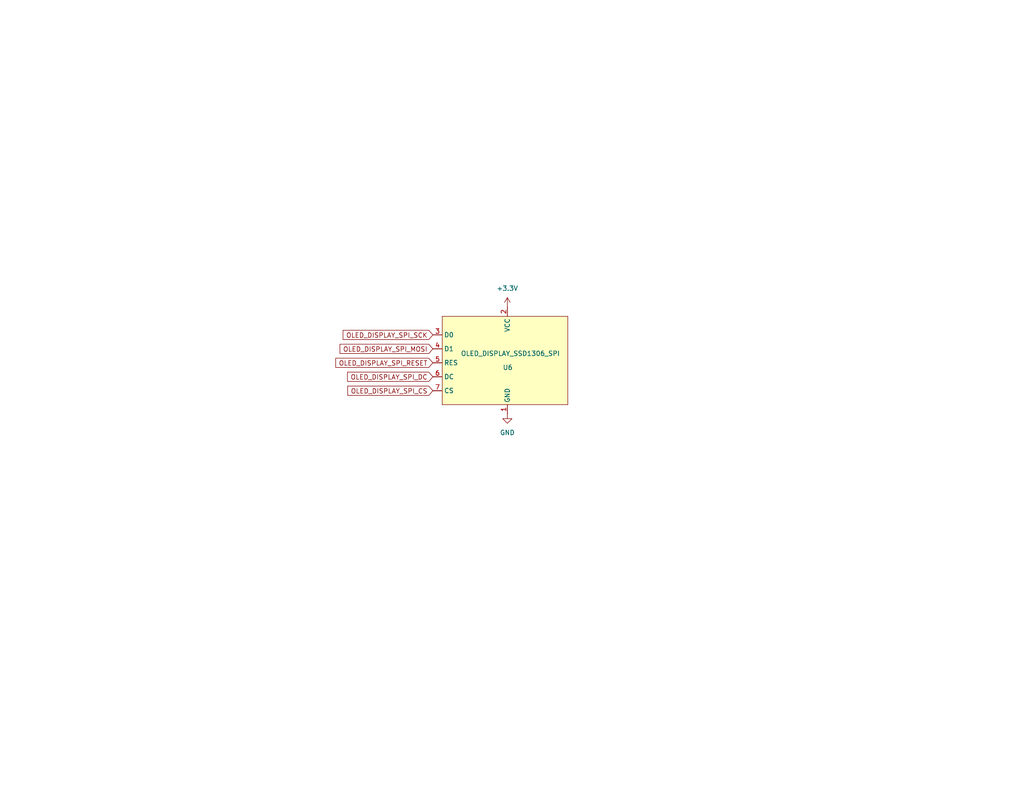
<source format=kicad_sch>
(kicad_sch (version 20230121) (generator eeschema)
  (paper "USLetter")
  (title_block (title "Daisy Seed Guitar Pedal 125B") (date "2023-06-30") (rev "5") (company "Made by Keith Shepherd (kshep@mac.com)"))
  (lib_symbols
    (symbol "GuitarPedal125B:OLED_DISPLAY_SSD1306_SPI"
      (property "Reference" "U" (at 0 2.54 0))
      (property "Value" "OLED_DISPLAY_SSD1306_SPI" (at 1.27 8.89 0))
      (symbol "OLED_DISPLAY_SSD1306_SPI_0_1"
        (rectangle (start -17.78 16.51) (end 16.51 -7.62) (fill (type background)))
      )
      (symbol "OLED_DISPLAY_SSD1306_SPI_1_1"
        (pin power_in line (at 0 -10.16 90) (length 2.54) (name "GND") (number "1"))
        (pin power_in line (at 0 19.05 270) (length 2.54) (name "VCC") (number "2"))
        (pin input line (at -20.32 11.43 0) (length 2.54) (name "D0") (number "3"))
        (pin input line (at -20.32 7.62 0) (length 2.54) (name "D1") (number "4"))
        (pin input line (at -20.32 3.81 0) (length 2.54) (name "RES") (number "5"))
        (pin input line (at -20.32 0 0) (length 2.54) (name "DC") (number "6"))
        (pin input line (at -20.32 -3.81 0) (length 2.54) (name "CS") (number "7"))
      )
    )
    (symbol "power:+3.3V" (power) (pin_names (offset 0))
      (property "Value" "+3.3V" (at 0 3.556 0))
      (symbol "+3.3V_0_1"
        (polyline (pts (xy -0.762 1.27) (xy 0 2.54)))
        (polyline (pts (xy 0 0) (xy 0 2.54)))
        (polyline (pts (xy 0 2.54) (xy 0.762 1.27)))
      )
      (symbol "+3.3V_1_1"
        (pin power_in line (at 0 0 90) (length 0) hide (name "+3.3V") (number "1"))
      )
    )
    (symbol "power:GND" (power) (pin_names (offset 0))
      (property "Value" "GND" (at 0 -3.81 0))
      (symbol "GND_0_1"
        (polyline (pts (xy 0 0) (xy 0 -1.27) (xy 1.27 -1.27) (xy 0 -2.54) (xy -1.27 -1.27) (xy 0 -1.27)))
      )
      (symbol "GND_1_1"
        (pin power_in line (at 0 0 270) (length 0) hide (name "GND") (number "1"))
      )
    )
  )
  (global_label "OLED_DISPLAY_SPI_RESET" (shape input) (at 118.11 99.06 180) (property "Intersheetrefs" "${INTERSHEET_REFS}" (effects hide)))
  (global_label "OLED_DISPLAY_SPI_CS" (shape input) (at 118.11 106.68 180) (property "Intersheetrefs" "${INTERSHEET_REFS}" (effects hide)))
  (global_label "OLED_DISPLAY_SPI_DC" (shape input) (at 118.11 102.87 180) (property "Intersheetrefs" "${INTERSHEET_REFS}" (effects hide)))
  (global_label "OLED_DISPLAY_SPI_MOSI" (shape input) (at 118.11 95.25 180) (property "Intersheetrefs" "${INTERSHEET_REFS}" (effects hide)))
  (global_label "OLED_DISPLAY_SPI_SCK" (shape input) (at 118.11 91.44 180) (property "Intersheetrefs" "${INTERSHEET_REFS}" (effects hide)))
  (symbol (lib_id "power:GND") (at 138.43 113.03 0) (unit 1)
    (property "Reference" "#PWR08" (effects hide))
    (property "Value" "GND" (at 138.43 118.11 0))
  )
  (symbol (lib_id "GuitarPedal125B:OLED_DISPLAY_SSD1306_SPI") (at 138.43 102.87 0) (unit 1)
    (property "Reference" "U6" (at 137.16 100.33 0) (effects (justify left)))
    (property "Value" "OLED_DISPLAY_SSD1306_SPI" (at 125.73 96.52 0) (effects (justify left)))
    (property "Footprint" "GuitarPedal125B:HiLetgo_OLED_SPI" (effects hide))
  )
  (symbol (lib_id "power:+3.3V") (at 138.43 83.82 0) (unit 1)
    (property "Reference" "#PWR01" (effects hide))
    (property "Value" "+3.3V" (at 138.43 78.74 0))
  )
)
</source>
